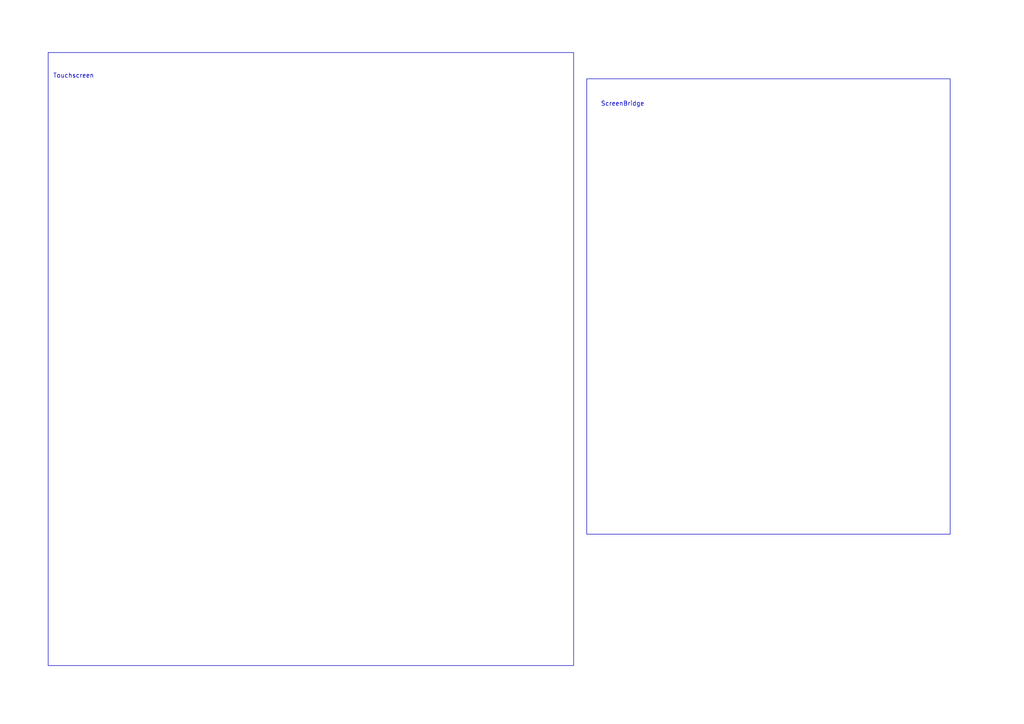
<source format=kicad_sch>
(kicad_sch
	(version 20231120)
	(generator "eeschema")
	(generator_version "8.0")
	(uuid "2ff8af97-c899-4c6b-a3b6-2d32fbfd616c")
	(paper "A4")
	(title_block
		(title "Motherboard")
		(date "2024-06-17")
		(company "Zeta")
	)
	(lib_symbols)
	(rectangle
		(start 13.97 15.24)
		(end 166.37 193.04)
		(stroke
			(width 0)
			(type default)
		)
		(fill
			(type none)
		)
		(uuid 61d98dd8-d036-48a8-bd97-9398f5f8b407)
	)
	(rectangle
		(start 170.18 22.86)
		(end 275.59 154.94)
		(stroke
			(width 0)
			(type default)
		)
		(fill
			(type none)
		)
		(uuid 7727da93-69fa-45a4-acd5-382a8fc485c1)
	)
	(text "ScreenBridge\n"
		(exclude_from_sim no)
		(at 180.594 30.226 0)
		(effects
			(font
				(size 1.27 1.27)
			)
		)
		(uuid "4ebe0561-5106-4045-8401-6a7133f91326")
	)
	(text "Touchscreen"
		(exclude_from_sim no)
		(at 21.336 22.098 0)
		(effects
			(font
				(size 1.27 1.27)
			)
		)
		(uuid "8d81f75f-742e-468e-9e91-24273e592313")
	)
)

</source>
